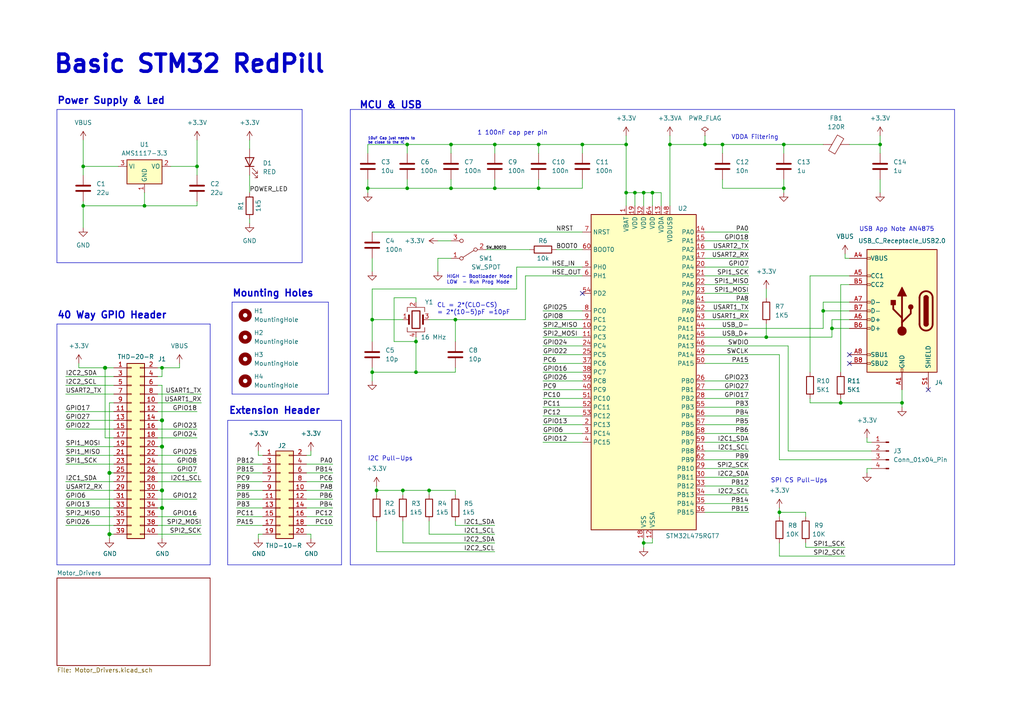
<source format=kicad_sch>
(kicad_sch (version 20250114) (generator "eeschema") (generator_version "9.0")
  (paper "A4")
  (title_block (title "Basic STM32 Redpill") (date "2025-06-20") (rev "0.2") (company "ADS"))
  (text "Power Supply & Led" (at 16.51 30.48 0) (effects (font (size 2 2) (thickness 0.4) (bold yes)) (justify left bottom)))
  (text "Mounting Holes" (at 67.31 86.36 0) (effects (font (size 2 2) (thickness 0.4) (bold yes)) (justify left bottom)))
  (text "I2C Pull-Ups" (at 106.68 133.858 0) (effects (font (size 1.27 1.27)) (justify left bottom)))
  (text "USB App Note AN4875" (at 249.174 67.31 0) (effects (font (size 1.27 1.27)) (justify left bottom)))
  (text "10uF Cap just needs to\nbe close to the IC\n" (at 106.68 41.91 0) (effects (font (size 0.75 0.75)) (justify left bottom)))
  (text "HIGH - Bootloader Mode\nLOW  - Run Prog Mode" (at 129.54 82.55 0) (effects (font (size 1 1)) (justify left bottom)))
  (text "Extension Header" (at 66.294 120.396 0) (effects (font (size 2 2) (thickness 0.4) (bold yes)) (justify left bottom)))
  (text "40 Way GPIO Header" (at 16.51 92.71 0) (effects (font (size 2 2) (thickness 0.4) (bold yes)) (justify left bottom)))
  (text "SPI CS Pull-Ups" (at 223.52 140.208 0) (effects (font (size 1.27 1.27)) (justify left bottom)))
  (text "VDDA Filtering" (at 212.09 40.64 0) (effects (font (size 1.27 1.27)) (justify left bottom)))
  (text "CL = 2*(CLO-CS) \n= 2*(10-5)pF =10pF" (at 126.746 91.44 0) (effects (font (size 1.27 1.27)) (justify left bottom)))
  (text "Basic STM32 RedPill" (at 15.24 21.59 0) (effects (font (size 5 5) (bold yes)) (justify left bottom)))
  (text "MCU & USB\n" (at 104.14 31.75 0) (effects (font (size 2 2) (bold yes)) (justify left bottom)))
  (text "1 100nF cap per pin\n" (at 138.43 39.37 0) (effects (font (size 1.27 1.27)) (justify left bottom)))
  (junction (at 132.08 92.71))
  (junction (at 46.99 129.54) (diameter 1.016))
  (junction (at 46.99 147.32) (diameter 1.016))
  (junction (at 120.65 107.95))
  (junction (at 41.91 59.69))
  (junction (at 130.81 41.91))
  (junction (at 24.13 48.26))
  (junction (at 46.99 121.92) (diameter 1.016))
  (junction (at 168.91 41.91))
  (junction (at 209.55 41.91))
  (junction (at 46.99 106.68))
  (junction (at 57.15 48.26))
  (junction (at 124.46 142.24))
  (junction (at 107.95 107.95))
  (junction (at 107.95 92.71))
  (junction (at 156.21 54.61))
  (junction (at 109.22 142.24))
  (junction (at 46.99 142.24) (diameter 1.016))
  (junction (at 227.33 41.91))
  (junction (at 241.3 95.25))
  (junction (at 31.75 137.16) (diameter 1.016))
  (junction (at 130.81 54.61))
  (junction (at 31.75 154.94) (diameter 1.016))
  (junction (at 116.84 142.24))
  (junction (at 143.51 41.91))
  (junction (at 226.06 148.59))
  (junction (at 30.48 106.68) (diameter 1.016))
  (junction (at 261.62 116.84))
  (junction (at 118.11 41.91))
  (junction (at 181.61 41.91))
  (junction (at 255.27 41.91))
  (junction (at 156.21 41.91))
  (junction (at 243.84 116.84))
  (junction (at 184.15 55.88))
  (junction (at 227.33 54.61))
  (junction (at 106.68 54.61))
  (junction (at 189.23 55.88))
  (junction (at 186.69 55.88))
  (junction (at 181.61 55.88))
  (junction (at 204.47 41.91))
  (junction (at 238.76 90.17))
  (junction (at 222.25 97.79))
  (junction (at 24.13 59.69))
  (junction (at 194.31 41.91))
  (junction (at 118.11 54.61))
  (junction (at 120.65 99.06))
  (junction (at 143.51 54.61))
  (junction (at 186.69 157.48))
  (no_connect (at 246.38 105.41))
  (no_connect (at 246.38 102.87))
  (no_connect (at 269.24 113.03))
  (no_connect (at 168.91 85.09))
  (wire (pts (xy 88.9 149.86) (xy 96.52 149.86)))
  (wire (pts (xy 234.95 115.57) (xy 234.95 116.84)))
  (wire (pts (xy 46.99 121.92) (xy 45.72 121.92)))
  (wire (pts (xy 31.75 154.94) (xy 31.75 156.21)))
  (wire (pts (xy 106.68 52.07) (xy 106.68 54.61)))
  (wire (pts (xy 106.68 54.61) (xy 118.11 54.61)))
  (wire (pts (xy 109.22 142.24) (xy 116.84 142.24)))
  (wire (pts (xy 107.95 107.95) (xy 107.95 110.49)))
  (wire (pts (xy 241.3 95.25) (xy 241.3 92.71)))
  (wire (pts (xy 107.95 83.82) (xy 107.95 92.71)))
  (wire (pts (xy 204.47 67.31) (xy 217.17 67.31)))
  (polyline (pts (xy 95.25 114.3) (xy 67.31 114.3)))
  (wire (pts (xy 204.47 115.57) (xy 217.17 115.57)))
  (wire (pts (xy 19.05 111.76) (xy 33.02 111.76)))
  (wire (pts (xy 130.81 41.91) (xy 130.81 44.45)))
  (wire (pts (xy 120.65 99.06) (xy 120.65 107.95)))
  (wire (pts (xy 74.93 132.08) (xy 76.2 132.08)))
  (wire (pts (xy 19.05 134.62) (xy 33.02 134.62)))
  (wire (pts (xy 204.47 82.55) (xy 217.17 82.55)))
  (wire (pts (xy 45.72 106.68) (xy 46.99 106.68)))
  (wire (pts (xy 157.48 125.73) (xy 168.91 125.73)))
  (wire (pts (xy 241.3 92.71) (xy 246.38 92.71)))
  (wire (pts (xy 194.31 39.37) (xy 194.31 41.91)))
  (wire (pts (xy 132.08 107.95) (xy 120.65 107.95)))
  (wire (pts (xy 116.84 151.13) (xy 116.84 157.48)))
  (wire (pts (xy 156.21 41.91) (xy 156.21 44.45)))
  (wire (pts (xy 118.11 41.91) (xy 130.81 41.91)))
  (wire (pts (xy 34.29 48.26) (xy 24.13 48.26)))
  (wire (pts (xy 156.21 41.91) (xy 168.91 41.91)))
  (wire (pts (xy 204.47 138.43) (xy 217.17 138.43)))
  (wire (pts (xy 157.48 128.27) (xy 168.91 128.27)))
  (wire (pts (xy 191.77 55.88) (xy 191.77 59.69)))
  (wire (pts (xy 204.47 102.87) (xy 226.06 102.87)))
  (wire (pts (xy 245.11 74.93) (xy 246.38 74.93)))
  (wire (pts (xy 246.38 87.63) (xy 238.76 87.63)))
  (wire (pts (xy 204.47 87.63) (xy 217.17 87.63)))
  (wire (pts (xy 109.22 140.97) (xy 109.22 142.24)))
  (wire (pts (xy 245.11 73.66) (xy 245.11 74.93)))
  (wire (pts (xy 120.65 107.95) (xy 107.95 107.95)))
  (wire (pts (xy 168.91 54.61) (xy 168.91 52.07)))
  (wire (pts (xy 30.48 127) (xy 33.02 127)))
  (wire (pts (xy 46.99 147.32) (xy 46.99 142.24)))
  (wire (pts (xy 88.9 139.7) (xy 96.52 139.7)))
  (wire (pts (xy 161.29 72.39) (xy 168.91 72.39)))
  (wire (pts (xy 204.47 41.91) (xy 209.55 41.91)))
  (wire (pts (xy 88.9 137.16) (xy 96.52 137.16)))
  (wire (pts (xy 30.48 106.68) (xy 30.48 127)))
  (wire (pts (xy 209.55 54.61) (xy 227.33 54.61)))
  (wire (pts (xy 130.81 41.91) (xy 143.51 41.91)))
  (wire (pts (xy 124.46 154.94) (xy 143.51 154.94)))
  (wire (pts (xy 251.46 128.27) (xy 252.73 128.27)))
  (wire (pts (xy 19.05 124.46) (xy 33.02 124.46)))
  (wire (pts (xy 107.95 74.93) (xy 107.95 78.74)))
  (wire (pts (xy 46.99 109.22) (xy 46.99 106.68)))
  (wire (pts (xy 204.47 110.49) (xy 217.17 110.49)))
  (wire (pts (xy 243.84 115.57) (xy 243.84 116.84)))
  (wire (pts (xy 157.48 90.17) (xy 168.91 90.17)))
  (wire (pts (xy 204.47 72.39) (xy 217.17 72.39)))
  (wire (pts (xy 68.58 149.86) (xy 76.2 149.86)))
  (wire (pts (xy 226.06 133.35) (xy 252.73 133.35)))
  (wire (pts (xy 114.3 99.06) (xy 120.65 99.06)))
  (wire (pts (xy 46.99 142.24) (xy 46.99 129.54)))
  (wire (pts (xy 132.08 92.71) (xy 132.08 99.06)))
  (wire (pts (xy 19.05 149.86) (xy 33.02 149.86)))
  (wire (pts (xy 45.72 124.46) (xy 57.15 124.46)))
  (wire (pts (xy 157.48 100.33) (xy 168.91 100.33)))
  (wire (pts (xy 251.46 127) (xy 251.46 128.27)))
  (wire (pts (xy 233.68 157.48) (xy 233.68 158.75)))
  (wire (pts (xy 157.48 97.79) (xy 168.91 97.79)))
  (wire (pts (xy 209.55 52.07) (xy 209.55 54.61)))
  (wire (pts (xy 186.69 157.48) (xy 186.69 158.75)))
  (wire (pts (xy 143.51 41.91) (xy 143.51 44.45)))
  (wire (pts (xy 149.86 77.47) (xy 149.86 83.82)))
  (wire (pts (xy 45.72 127) (xy 57.15 127)))
  (wire (pts (xy 226.06 161.29) (xy 245.11 161.29)))
  (wire (pts (xy 255.27 41.91) (xy 255.27 44.45)))
  (wire (pts (xy 186.69 156.21) (xy 186.69 157.48)))
  (wire (pts (xy 204.47 95.25) (xy 238.76 95.25)))
  (wire (pts (xy 157.48 107.95) (xy 168.91 107.95)))
  (wire (pts (xy 45.72 147.32) (xy 46.99 147.32)))
  (wire (pts (xy 57.15 40.64) (xy 57.15 48.26)))
  (wire (pts (xy 255.27 52.07) (xy 255.27 55.88)))
  (wire (pts (xy 204.47 85.09) (xy 217.17 85.09)))
  (wire (pts (xy 186.69 55.88) (xy 186.69 59.69)))
  (polyline (pts (xy 16.51 31.75) (xy 87.63 31.75)))
  (wire (pts (xy 24.13 40.64) (xy 24.13 48.26)))
  (wire (pts (xy 186.69 157.48) (xy 189.23 157.48)))
  (wire (pts (xy 19.05 139.7) (xy 33.02 139.7)))
  (wire (pts (xy 19.05 132.08) (xy 33.02 132.08)))
  (wire (pts (xy 45.72 142.24) (xy 46.99 142.24)))
  (wire (pts (xy 227.33 41.91) (xy 227.33 44.45)))
  (wire (pts (xy 90.17 154.94) (xy 88.9 154.94)))
  (wire (pts (xy 90.17 156.21) (xy 90.17 154.94)))
  (polyline (pts (xy 276.86 31.75) (xy 276.86 163.83)))
  (wire (pts (xy 45.72 132.08) (xy 57.15 132.08)))
  (wire (pts (xy 46.99 111.76) (xy 46.99 121.92)))
  (polyline (pts (xy 60.96 163.83) (xy 16.51 163.83)))
  (polyline (pts (xy 99.06 163.83) (xy 66.04 163.83)))
  (wire (pts (xy 24.13 59.69) (xy 24.13 66.04)))
  (wire (pts (xy 227.33 41.91) (xy 238.76 41.91)))
  (wire (pts (xy 157.48 113.03) (xy 168.91 113.03)))
  (wire (pts (xy 227.33 54.61) (xy 227.33 52.07)))
  (wire (pts (xy 120.65 87.63) (xy 120.65 86.36)))
  (wire (pts (xy 72.39 40.64) (xy 72.39 43.18)))
  (polyline (pts (xy 16.51 163.83) (xy 16.51 93.98)))
  (wire (pts (xy 149.86 77.47) (xy 168.91 77.47)))
  (wire (pts (xy 106.68 54.61) (xy 106.68 55.88)))
  (wire (pts (xy 45.72 144.78) (xy 57.15 144.78)))
  (wire (pts (xy 24.13 59.69) (xy 41.91 59.69)))
  (wire (pts (xy 234.95 116.84) (xy 243.84 116.84)))
  (wire (pts (xy 168.91 41.91) (xy 181.61 41.91)))
  (wire (pts (xy 189.23 156.21) (xy 189.23 157.48)))
  (wire (pts (xy 22.86 106.68) (xy 30.48 106.68)))
  (wire (pts (xy 222.25 97.79) (xy 241.3 97.79)))
  (wire (pts (xy 132.08 92.71) (xy 152.4 92.71)))
  (wire (pts (xy 19.05 142.24) (xy 33.02 142.24)))
  (wire (pts (xy 46.99 147.32) (xy 46.99 156.21)))
  (wire (pts (xy 45.72 139.7) (xy 58.42 139.7)))
  (wire (pts (xy 226.06 161.29) (xy 226.06 157.48)))
  (wire (pts (xy 194.31 41.91) (xy 204.47 41.91)))
  (polyline (pts (xy 60.96 93.98) (xy 16.51 93.98)))
  (wire (pts (xy 88.9 147.32) (xy 96.52 147.32)))
  (wire (pts (xy 45.72 109.22) (xy 46.99 109.22)))
  (wire (pts (xy 106.68 44.45) (xy 106.68 41.91)))
  (wire (pts (xy 261.62 116.84) (xy 261.62 118.11)))
  (wire (pts (xy 24.13 48.26) (xy 24.13 50.8)))
  (wire (pts (xy 118.11 41.91) (xy 118.11 44.45)))
  (wire (pts (xy 238.76 90.17) (xy 246.38 90.17)))
  (polyline (pts (xy 95.25 87.63) (xy 95.25 114.3)))
  (wire (pts (xy 107.95 92.71) (xy 116.84 92.71)))
  (wire (pts (xy 228.6 130.81) (xy 252.73 130.81)))
  (wire (pts (xy 226.06 102.87) (xy 226.06 133.35)))
  (wire (pts (xy 88.9 142.24) (xy 96.52 142.24)))
  (wire (pts (xy 241.3 97.79) (xy 241.3 95.25)))
  (wire (pts (xy 127 74.93) (xy 130.81 74.93)))
  (wire (pts (xy 226.06 148.59) (xy 226.06 149.86)))
  (wire (pts (xy 246.38 95.25) (xy 241.3 95.25)))
  (wire (pts (xy 143.51 54.61) (xy 156.21 54.61)))
  (wire (pts (xy 222.25 93.98) (xy 222.25 97.79)))
  (wire (pts (xy 243.84 116.84) (xy 261.62 116.84)))
  (wire (pts (xy 140.97 72.39) (xy 153.67 72.39)))
  (wire (pts (xy 24.13 58.42) (xy 24.13 59.69)))
  (wire (pts (xy 124.46 142.24) (xy 132.08 142.24)))
  (wire (pts (xy 181.61 41.91) (xy 181.61 55.88)))
  (wire (pts (xy 124.46 142.24) (xy 124.46 143.51)))
  (wire (pts (xy 46.99 106.68) (xy 52.07 106.68)))
  (wire (pts (xy 31.75 137.16) (xy 31.75 154.94)))
  (polyline (pts (xy 99.06 121.92) (xy 66.04 121.92)))
  (wire (pts (xy 45.72 152.4) (xy 58.42 152.4)))
  (wire (pts (xy 107.95 106.68) (xy 107.95 107.95)))
  (wire (pts (xy 45.72 137.16) (xy 57.15 137.16)))
  (wire (pts (xy 130.81 54.61) (xy 143.51 54.61)))
  (wire (pts (xy 127 78.74) (xy 127 74.93)))
  (polyline (pts (xy 67.31 87.63) (xy 95.25 87.63)))
  (polyline (pts (xy 60.96 93.98) (xy 60.96 163.83)))
  (polyline (pts (xy 99.06 121.92) (xy 99.06 163.83)))
  (wire (pts (xy 233.68 158.75) (xy 245.11 158.75)))
  (wire (pts (xy 107.95 92.71) (xy 107.95 99.06)))
  (wire (pts (xy 194.31 41.91) (xy 194.31 59.69)))
  (polyline (pts (xy 66.04 121.92) (xy 66.04 163.83)))
  (wire (pts (xy 251.46 135.89) (xy 252.73 135.89)))
  (wire (pts (xy 209.55 41.91) (xy 209.55 44.45)))
  (wire (pts (xy 127 69.85) (xy 130.81 69.85)))
  (wire (pts (xy 157.48 118.11) (xy 168.91 118.11)))
  (wire (pts (xy 209.55 41.91) (xy 227.33 41.91)))
  (polyline (pts (xy 101.6 31.75) (xy 276.86 31.75)))
  (polyline (pts (xy 276.86 163.83) (xy 101.6 163.83)))
  (wire (pts (xy 157.48 105.41) (xy 168.91 105.41)))
  (wire (pts (xy 33.02 116.84) (xy 31.75 116.84)))
  (wire (pts (xy 120.65 99.06) (xy 120.65 97.79)))
  (wire (pts (xy 22.86 105.41) (xy 22.86 106.68)))
  (wire (pts (xy 19.05 119.38) (xy 33.02 119.38)))
  (wire (pts (xy 118.11 54.61) (xy 130.81 54.61)))
  (wire (pts (xy 234.95 107.95) (xy 234.95 80.01)))
  (wire (pts (xy 204.47 69.85) (xy 217.17 69.85)))
  (wire (pts (xy 228.6 100.33) (xy 228.6 130.81)))
  (wire (pts (xy 41.91 59.69) (xy 57.15 59.69)))
  (wire (pts (xy 52.07 105.41) (xy 52.07 106.68)))
  (wire (pts (xy 189.23 55.88) (xy 189.23 59.69)))
  (wire (pts (xy 204.47 105.41) (xy 217.17 105.41)))
  (wire (pts (xy 157.48 120.65) (xy 168.91 120.65)))
  (wire (pts (xy 204.47 39.37) (xy 204.47 41.91)))
  (wire (pts (xy 204.47 130.81) (xy 217.17 130.81)))
  (wire (pts (xy 132.08 142.24) (xy 132.08 143.51)))
  (wire (pts (xy 19.05 144.78) (xy 33.02 144.78)))
  (wire (pts (xy 132.08 151.13) (xy 132.08 152.4)))
  (wire (pts (xy 156.21 54.61) (xy 168.91 54.61)))
  (wire (pts (xy 31.75 137.16) (xy 33.02 137.16)))
  (wire (pts (xy 124.46 92.71) (xy 132.08 92.71)))
  (wire (pts (xy 227.33 54.61) (xy 227.33 55.88)))
  (wire (pts (xy 90.17 132.08) (xy 90.17 130.81)))
  (wire (pts (xy 204.47 100.33) (xy 228.6 100.33)))
  (wire (pts (xy 19.05 121.92) (xy 33.02 121.92)))
  (wire (pts (xy 31.75 116.84) (xy 31.75 137.16)))
  (wire (pts (xy 19.05 152.4) (xy 33.02 152.4)))
  (wire (pts (xy 204.47 128.27) (xy 217.17 128.27)))
  (wire (pts (xy 68.58 134.62) (xy 76.2 134.62)))
  (wire (pts (xy 116.84 142.24) (xy 124.46 142.24)))
  (wire (pts (xy 243.84 107.95) (xy 243.84 82.55)))
  (wire (pts (xy 149.86 83.82) (xy 107.95 83.82)))
  (wire (pts (xy 45.72 119.38) (xy 57.15 119.38)))
  (wire (pts (xy 57.15 48.26) (xy 57.15 50.8)))
  (wire (pts (xy 204.47 92.71) (xy 217.17 92.71)))
  (wire (pts (xy 189.23 55.88) (xy 191.77 55.88)))
  (wire (pts (xy 88.9 134.62) (xy 96.52 134.62)))
  (wire (pts (xy 157.48 110.49) (xy 168.91 110.49)))
  (wire (pts (xy 109.22 142.24) (xy 109.22 143.51)))
  (wire (pts (xy 68.58 152.4) (xy 76.2 152.4)))
  (wire (pts (xy 106.68 41.91) (xy 118.11 41.91)))
  (wire (pts (xy 157.48 92.71) (xy 168.91 92.71)))
  (wire (pts (xy 19.05 109.22) (xy 33.02 109.22)))
  (wire (pts (xy 233.68 149.86) (xy 233.68 148.59)))
  (wire (pts (xy 152.4 80.01) (xy 168.91 80.01)))
  (wire (pts (xy 204.47 80.01) (xy 217.17 80.01)))
  (wire (pts (xy 204.47 143.51) (xy 217.17 143.51)))
  (wire (pts (xy 45.72 134.62) (xy 57.15 134.62)))
  (wire (pts (xy 204.47 90.17) (xy 217.17 90.17)))
  (wire (pts (xy 204.47 123.19) (xy 217.17 123.19)))
  (wire (pts (xy 68.58 139.7) (xy 76.2 139.7)))
  (wire (pts (xy 246.38 41.91) (xy 255.27 41.91)))
  (wire (pts (xy 204.47 140.97) (xy 217.17 140.97)))
  (wire (pts (xy 88.9 132.08) (xy 90.17 132.08)))
  (wire (pts (xy 143.51 52.07) (xy 143.51 54.61)))
  (wire (pts (xy 72.39 63.5) (xy 72.39 64.77)))
  (wire (pts (xy 184.15 55.88) (xy 186.69 55.88)))
  (wire (pts (xy 234.95 80.01) (xy 246.38 80.01)))
  (wire (pts (xy 72.39 50.8) (xy 72.39 55.88)))
  (wire (pts (xy 184.15 55.88) (xy 184.15 59.69)))
  (wire (pts (xy 45.72 111.76) (xy 46.99 111.76)))
  (wire (pts (xy 68.58 144.78) (xy 76.2 144.78)))
  (wire (pts (xy 68.58 137.16) (xy 76.2 137.16)))
  (wire (pts (xy 204.47 113.03) (xy 217.17 113.03)))
  (wire (pts (xy 157.48 115.57) (xy 168.91 115.57)))
  (wire (pts (xy 132.08 106.68) (xy 132.08 107.95)))
  (wire (pts (xy 120.65 86.36) (xy 114.3 86.36)))
  (wire (pts (xy 181.61 55.88) (xy 181.61 59.69)))
  (polyline (pts (xy 87.63 76.2) (xy 16.51 76.2)))
  (wire (pts (xy 68.58 142.24) (xy 76.2 142.24)))
  (wire (pts (xy 57.15 59.69) (xy 57.15 58.42)))
  (wire (pts (xy 157.48 102.87) (xy 168.91 102.87)))
  (wire (pts (xy 45.72 114.3) (xy 58.42 114.3)))
  (wire (pts (xy 168.91 41.91) (xy 168.91 44.45)))
  (wire (pts (xy 186.69 55.88) (xy 189.23 55.88)))
  (wire (pts (xy 45.72 116.84) (xy 58.42 116.84)))
  (polyline (pts (xy 101.6 31.75) (xy 101.6 163.83)))
  (wire (pts (xy 222.25 83.82) (xy 222.25 86.36)))
  (wire (pts (xy 118.11 52.07) (xy 118.11 54.61)))
  (wire (pts (xy 226.06 148.59) (xy 233.68 148.59)))
  (wire (pts (xy 204.47 125.73) (xy 217.17 125.73)))
  (wire (pts (xy 181.61 55.88) (xy 184.15 55.88)))
  (wire (pts (xy 204.47 146.05) (xy 217.17 146.05)))
  (wire (pts (xy 238.76 95.25) (xy 238.76 90.17)))
  (wire (pts (xy 41.91 55.88) (xy 41.91 59.69)))
  (wire (pts (xy 156.21 52.07) (xy 156.21 54.61)))
  (wire (pts (xy 107.95 67.31) (xy 168.91 67.31)))
  (wire (pts (xy 204.47 118.11) (xy 217.17 118.11)))
  (wire (pts (xy 109.22 151.13) (xy 109.22 160.02)))
  (wire (pts (xy 31.75 154.94) (xy 33.02 154.94)))
  (wire (pts (xy 243.84 82.55) (xy 246.38 82.55)))
  (wire (pts (xy 124.46 151.13) (xy 124.46 154.94)))
  (wire (pts (xy 88.9 152.4) (xy 96.52 152.4)))
  (wire (pts (xy 238.76 87.63) (xy 238.76 90.17)))
  (polyline (pts (xy 67.31 87.63) (xy 67.31 114.3)))
  (wire (pts (xy 88.9 144.78) (xy 96.52 144.78)))
  (wire (pts (xy 261.62 113.03) (xy 261.62 116.84)))
  (wire (pts (xy 255.27 39.37) (xy 255.27 41.91)))
  (wire (pts (xy 46.99 121.92) (xy 46.99 129.54)))
  (wire (pts (xy 68.58 147.32) (xy 76.2 147.32)))
  (wire (pts (xy 226.06 147.32) (xy 226.06 148.59)))
  (wire (pts (xy 19.05 147.32) (xy 33.02 147.32)))
  (wire (pts (xy 204.47 135.89) (xy 217.17 135.89)))
  (wire (pts (xy 33.02 106.68) (xy 30.48 106.68)))
  (wire (pts (xy 45.72 149.86) (xy 57.15 149.86)))
  (wire (pts (xy 46.99 129.54) (xy 45.72 129.54)))
  (wire (pts (xy 114.3 86.36) (xy 114.3 99.06)))
  (wire (pts (xy 251.46 137.16) (xy 251.46 135.89)))
  (wire (pts (xy 152.4 92.71) (xy 152.4 80.01)))
  (wire (pts (xy 109.22 160.02) (xy 143.51 160.02)))
  (wire (pts (xy 204.47 97.79) (xy 222.25 97.79)))
  (wire (pts (xy 74.93 154.94) (xy 76.2 154.94)))
  (wire (pts (xy 74.93 130.81) (xy 74.93 132.08)))
  (wire (pts (xy 157.48 123.19) (xy 168.91 123.19)))
  (wire (pts (xy 204.47 77.47) (xy 217.17 77.47)))
  (polyline (pts (xy 87.63 31.75) (xy 87.63 76.2)))
  (wire (pts (xy 116.84 142.24) (xy 116.84 143.51)))
  (wire (pts (xy 204.47 148.59) (xy 217.17 148.59)))
  (wire (pts (xy 204.47 74.93) (xy 217.17 74.93)))
  (wire (pts (xy 157.48 95.25) (xy 168.91 95.25)))
  (polyline (pts (xy 16.51 31.75) (xy 16.51 76.2)))
  (wire (pts (xy 132.08 152.4) (xy 143.51 152.4)))
  (wire (pts (xy 130.81 52.07) (xy 130.81 54.61)))
  (wire (pts (xy 143.51 41.91) (xy 156.21 41.91)))
  (wire (pts (xy 49.53 48.26) (xy 57.15 48.26)))
  (wire (pts (xy 181.61 39.37) (xy 181.61 41.91)))
  (wire (pts (xy 74.93 156.21) (xy 74.93 154.94)))
  (wire (pts (xy 19.05 114.3) (xy 33.02 114.3)))
  (wire (pts (xy 45.72 154.94) (xy 58.42 154.94)))
  (wire (pts (xy 204.47 120.65) (xy 217.17 120.65)))
  (wire (pts (xy 204.47 133.35) (xy 217.17 133.35)))
  (wire (pts (xy 19.05 129.54) (xy 33.02 129.54)))
  (wire (pts (xy 116.84 157.48) (xy 143.51 157.48)))
  (label "GPIO18" (at 57.15 119.38 180))
  (label "SPI2_MOSI" (at 58.42 152.4 180))
  (label "I2C1_SCL" (at 58.42 139.7 180))
  (label "USART2_TX" (at 19.05 114.3 0))
  (label "GPIO17" (at 217.17 115.57 180))
  (label "PC9" (at 68.58 139.7 0))
  (label "PB6" (at 96.52 144.78 180))
  (label "PC11" (at 68.58 149.86 0))
  (label "NRST" (at 161.29 67.31 0))
  (label "SPI1_SCK" (at 19.05 134.62 0))
  (label "I2C2_SDA" (at 143.51 157.48 180))
  (label "PA15" (at 217.17 105.41 180))
  (label "I2C1_SCL" (at 217.17 130.81 180))
  (label "PB4" (at 217.17 120.65 180))
  (label "GPIO22" (at 19.05 124.46 0))
  (label "GPIO7" (at 217.17 77.47 180))
  (label "SPI1_SCK" (at 245.11 158.75 180))
  (label "PB15" (at 68.58 137.16 0))
  (label "GPIO12" (at 57.15 144.78 180))
  (label "USART2_RX" (at 19.05 142.24 0))
  (label "GPIO6" (at 19.05 144.78 0))
  (label "USB_D+" (at 217.17 97.79 180))
  (label "HSE_OUT" (at 160.02 80.01 0))
  (label "PB14" (at 217.17 146.05 180))
  (label "PB12" (at 68.58 134.62 0))
  (label "PB3" (at 68.58 147.32 0))
  (label "I2C1_SDA" (at 19.05 139.7 0))
  (label "SPI2_MOSI" (at 157.48 97.79 0))
  (label "PA0" (at 96.52 134.62 180))
  (label "SPI1_MOSI" (at 217.17 85.09 180))
  (label "PB4" (at 96.52 147.32 180))
  (label "GPIO26" (at 157.48 110.49 0))
  (label "GPIO16" (at 57.15 149.86 180))
  (label "SWCLK" (at 217.17 102.87 180))
  (label "GPIO22" (at 157.48 102.87 0))
  (label "GPIO24" (at 157.48 100.33 0))
  (label "I2C1_SDA" (at 217.17 128.27 180))
  (label "SPI1_MISO" (at 217.17 82.55 180))
  (label "PB5" (at 217.17 123.19 180))
  (label "PB9" (at 217.17 133.35 180))
  (label "PC9" (at 157.48 113.03 0))
  (label "PA0" (at 217.17 67.31 180))
  (label "USART1_RX" (at 58.42 116.84 180))
  (label "GPIO25" (at 57.15 132.08 180))
  (label "SPI2_SCK" (at 58.42 154.94 180))
  (label "I2C1_SCL" (at 143.51 154.94 180))
  (label "I2C2_SCL" (at 19.05 111.76 0))
  (label "GPIO18" (at 217.17 69.85 180))
  (label "POWER_LED" (at 72.39 55.88 0))
  (label "PB3" (at 217.17 118.11 180))
  (label "PC12" (at 157.48 120.65 0))
  (label "SPI2_MISO" (at 157.48 95.25 0))
  (label "BOOT0" (at 161.29 72.39 0))
  (label "PC10" (at 96.52 152.4 180))
  (label "SPI2_SCK" (at 245.11 161.29 180))
  (label "USART2_TX" (at 217.17 72.39 180))
  (label "PC11" (at 157.48 118.11 0))
  (label "GPIO24" (at 57.15 127 180))
  (label "PB15" (at 217.17 148.59 180))
  (label "GPIO25" (at 157.48 90.17 0))
  (label "GPIO6" (at 157.48 125.73 0))
  (label "SPI1_SCK" (at 217.17 80.01 180))
  (label "USART1_TX" (at 58.42 114.3 180))
  (label "USART1_TX" (at 217.17 90.17 180))
  (label "PB9" (at 68.58 142.24 0))
  (label "PB5" (at 68.58 144.78 0))
  (label "GPIO8" (at 57.15 134.62 180))
  (label "PC12" (at 96.52 149.86 180))
  (label "GPIO17" (at 19.05 119.38 0))
  (label "PA15" (at 68.58 152.4 0))
  (label "PB6" (at 217.17 125.73 180))
  (label "PB14" (at 96.52 137.16 180))
  (label "GPIO26" (at 19.05 152.4 0))
  (label "PC6" (at 157.48 105.41 0))
  (label "PA8" (at 96.52 142.24 180))
  (label "PC10" (at 157.48 115.57 0))
  (label "SPI2_SCK" (at 217.17 135.89 180))
  (label "I2C2_SCL" (at 217.17 143.51 180))
  (label "PC6" (at 96.52 139.7 180))
  (label "GPIO13" (at 19.05 147.32 0))
  (label "I2C2_SDA" (at 217.17 138.43 180))
  (label "GPIO23" (at 217.17 110.49 180))
  (label "SPI1_MOSI" (at 19.05 129.54 0))
  (label "GPIO12" (at 157.48 128.27 0))
  (label "I2C1_SDA" (at 143.51 152.4 180))
  (label "PA8" (at 217.17 87.63 180))
  (label "GPIO7" (at 57.15 137.16 180))
  (label "SPI1_MISO" (at 19.05 132.08 0))
  (label "GPIO8" (at 157.48 92.71 0))
  (label "GPIO27" (at 19.05 121.92 0))
  (label "GPIO23" (at 57.15 124.46 180))
  (label "PB12" (at 217.17 140.97 180))
  (label "GPIO16" (at 157.48 107.95 0))
  (label "I2C2_SCL" (at 143.51 160.02 180))
  (label "USART2_RX" (at 217.17 74.93 180))
  (label "SPI2_MISO" (at 19.05 149.86 0))
  (label "SWDIO" (at 217.17 100.33 180))
  (label "GPIO13" (at 157.48 123.19 0))
  (label "HSE_IN" (at 160.02 77.47 0))
  (label "SW_BOOT0" (at 140.97 72.39 0) (effects (font (size 0.75 0.75))))
  (label "USART1_RX" (at 217.17 92.71 180))
  (label "USB_D-" (at 217.17 95.25 180))
  (label "I2C2_SDA" (at 19.05 109.22 0))
  (label "GPIO27" (at 217.17 113.03 180))
  (symbol (lib_id "power:GND") (at 46.99 156.21 0) (unit 1)
    (property "Reference" "#PWR05" (effects (hide yes)))
    (property "Value" "GND" (at 47.117 160.6042 0))
    (property "Description" "Power symbol creates a global label with name \"GND\" , ground" (effects (hide yes)))
  )
  (symbol (lib_id "power:GND") (at 31.75 156.21 0) (unit 1)
    (property "Reference" "#PWR04" (effects (hide yes)))
    (property "Value" "GND" (at 31.877 160.6042 0))
    (property "Description" "Power symbol creates a global label with name \"GND\" , ground" (effects (hide yes)))
  )
  (symbol (lib_id "power:GND") (at 186.69 158.75 0) (unit 1)
    (property "Reference" "#PWR021" (effects (hide yes)))
    (property "Value" "GND" (effects (hide yes)))
  )
  (symbol (lib_id "power:+3.3V") (at 251.46 127 0) (unit 1)
    (property "Reference" "#PWR027" (effects (hide yes)))
    (property "Value" "+3.3V" (at 251.46 121.92 0))
  )
  (symbol (lib_id "power:GND") (at 255.27 55.88 0) (unit 1)
    (property "Reference" "#PWR030" (effects (hide yes)))
    (property "Value" "GND" (effects (hide yes)))
  )
  (symbol (lib_id "power:+3.3V") (at 72.39 40.64 0) (unit 1)
    (property "Reference" "#PWR08" (effects (hide yes)))
    (property "Value" "+3.3V" (at 72.39 35.56 0))
  )
  (symbol (lib_id "power:GND") (at 127 78.74 0) (unit 1)
    (property "Reference" "#PWR019" (effects (hide yes)))
    (property "Value" "GND" (effects (hide yes)))
  )
  (symbol (lib_id "Connector_Generic:Conn_02x10_Odd_Even") (at 81.28 142.24 0) (unit 1)
    (property "Reference" "J2" (at 81.788 129.286 0))
    (property "Value" "THD-10-R" (at 82.296 158.242 0))
    (property "Footprint" "Connector_PinHeader_2.54mm:PinHeader_2x10_P2.54mm_Vertical" (effects (hide yes)))
    (property "Description" "Generic connector, double row, 02x10, odd/even pin numbering scheme (row 1 odd numbers, row 2 even numbers), script generated (kicad-library-utils/schlib/autogen/connector/)" (effects (hide yes)))
    (property "Field4" "Toby" (effects (hide yes)))
    (property "Field5" "THD-20-R" (effects (hide yes)))
    (property "Field6" "THD-20-R" (effects (hide yes)))
    (property "Field7" "Toby" (effects (hide yes)))
    (property "Field8" "UCON00511" (effects (hide yes)))
    (property "Part Description" "PinHeader_2x20_P2.54mm_Vertical" (effects (hide yes)))
  )
  (symbol (lib_id "Mechanical:MountingHole") (at 71.12 97.79 0) (unit 1)
    (property "Reference" "H2" (at 73.66 96.52 0) (effects (justify left)))
    (property "Value" "MountingHole" (at 73.66 99.06 0) (effects (justify left)))
    (property "Footprint" "MountingHole:MountingHole_2.7mm_M2.5" (effects (hide yes)))
  )
  (symbol (lib_id "Device:Crystal_GND24") (at 120.65 92.71 0) (unit 1)
    (property "Reference" "Y1" (at 124.46 87.63 0))
    (property "Value" "16 MHz" (at 125.73 97.79 0))
    (property "Footprint" "Crystal:Crystal_SMD_3225-4Pin_3.2x2.5mm" (effects (hide yes)))
  )
  (symbol (lib_id "Mechanical:MountingHole") (at 71.12 110.49 0) (unit 1)
    (property "Reference" "H4" (at 73.66 109.22 0) (effects (justify left)))
    (property "Value" "MountingHole" (at 73.66 111.76 0) (effects (justify left)))
    (property "Footprint" "MountingHole:MountingHole_2.7mm_M2.5" (effects (hide yes)))
  )
  (symbol (lib_id "power:VBUS") (at 24.13 40.64 0) (unit 1)
    (property "Reference" "#PWR02" (effects (hide yes)))
    (property "Value" "VBUS" (at 24.13 35.56 0))
  )
  (symbol (lib_id "Device:C") (at 143.51 48.26 0) (unit 1)
    (property "Reference" "C9" (at 147.32 46.99 0) (effects (justify left)))
    (property "Value" "100n" (at 147.32 49.53 0) (effects (justify left)))
    (property "Footprint" "Capacitor_SMD:C_0402_1005Metric" (effects (hide yes)))
  )
  (symbol (lib_id "power:+3.3V") (at 90.17 130.81 0) (unit 1)
    (property "Reference" "#PWR012" (effects (hide yes)))
    (property "Value" "+3.3V" (at 90.17 125.73 0))
  )
  (symbol (lib_id "power:PWR_FLAG") (at 204.47 39.37 0) (unit 1)
    (property "Reference" "#FLG01" (effects (hide yes)))
    (property "Value" "PWR_FLAG" (at 204.47 34.29 0))
  )
  (symbol (lib_id "power:+3.3V") (at 74.93 130.81 0) (unit 1)
    (property "Reference" "#PWR010" (effects (hide yes)))
    (property "Value" "+3.3V" (at 74.93 125.73 0))
  )
  (symbol (lib_id "Switch:SW_SPDT") (at 135.89 72.39 180) (unit 1)
    (property "Reference" "SW1" (at 140.97 74.93 0))
    (property "Value" "SW_SPDT" (at 140.97 77.47 0))
    (property "Footprint" "Button_Switch_SMD:SW_SPDT_PCM12" (effects (hide yes)))
  )
  (symbol (lib_id "power:GND") (at 24.13 66.04 0) (unit 1)
    (property "Reference" "#PWR03" (effects (hide yes)))
    (property "Value" "GND" (at 24.13 71.12 0))
  )
  (symbol (lib_id "Device:C") (at 107.95 102.87 0) (unit 1)
    (property "Reference" "C5" (at 111.76 101.6 0) (effects (justify left)))
    (property "Value" "10p" (at 111.76 104.14 0) (effects (justify left)))
    (property "Footprint" "Capacitor_SMD:C_0402_1005Metric" (effects (hide yes)))
  )
  (symbol (lib_id "power:GND") (at 107.95 110.49 0) (unit 1)
    (property "Reference" "#PWR016" (effects (hide yes)))
    (property "Value" "GND" (effects (hide yes)))
  )
  (symbol (lib_id "power:+3.3VA") (at 194.31 39.37 0) (unit 1)
    (property "Reference" "#PWR022" (effects (hide yes)))
    (property "Value" "+3.3VA" (at 194.31 34.29 0))
  )
  (symbol (lib_id "Device:C") (at 227.33 48.26 0) (unit 1)
    (property "Reference" "C13" (at 231.14 46.99 0) (effects (justify left)))
    (property "Value" "1u" (at 231.14 49.53 0) (effects (justify left)))
    (property "Footprint" "Capacitor_SMD:C_0402_1005Metric" (effects (hide yes)))
  )
  (symbol (lib_id "Device:R") (at 116.84 147.32 180) (unit 1)
    (property "Reference" "R3" (at 120.65 146.05 0))
    (property "Value" "1k5" (at 120.65 148.59 0))
    (property "Footprint" "Resistor_SMD:R_0402_1005Metric" (effects (hide yes)))
  )
  (symbol (lib_id "Mechanical:MountingHole") (at 71.12 91.44 0) (unit 1)
    (property "Reference" "H1" (at 73.66 90.17 0) (effects (justify left)))
    (property "Value" "MountingHole" (at 73.66 92.71 0) (effects (justify left)))
    (property "Footprint" "MountingHole:MountingHole_2.7mm_M2.5" (effects (hide yes)))
  )
  (symbol (lib_id "power:+3.3V") (at 255.27 39.37 0) (unit 1)
    (property "Reference" "#PWR029" (effects (hide yes)))
    (property "Value" "+3.3V" (at 255.27 34.29 0))
  )
  (symbol (lib_id "Device:R") (at 157.48 72.39 90) (unit 1)
    (property "Reference" "R6" (at 157.48 69.85 90))
    (property "Value" "10k" (at 157.48 74.93 90))
    (property "Footprint" "Resistor_SMD:R_0402_1005Metric" (effects (hide yes)))
  )
  (symbol (lib_id "Connector_Generic:Conn_02x20_Odd_Even") (at 38.1 129.54 0) (unit 1)
    (property "Reference" "J1" (at 46.99 104.14 0))
    (property "Value" "THD-20-R" (at 39.37 103.4796 0))
    (property "Footprint" "Connector_PinHeader_2.54mm:PinHeader_2x20_P2.54mm_Vertical" (effects (hide yes)))
    (property "Datasheet" "https://www.toby.co.uk/uploads/publications/1673.pdf" (effects (hide yes)))
    (property "Field4" "Toby" (effects (hide yes)))
    (property "Field5" "THD-20-R" (effects (hide yes)))
    (property "Field6" "THD-20-R" (effects (hide yes)))
    (property "Field7" "Toby" (effects (hide yes)))
    (property "Field8" "UCON00511" (effects (hide yes)))
    (property "Part Description" "PinHeader_2x20_P2.54mm_Vertical" (effects (hide yes)))
  )
  (symbol (lib_id "Device:FerriteBead") (at 242.57 41.91 90) (unit 1)
    (property "Reference" "FB1" (at 242.5192 34.29 90))
    (property "Value" "120R" (at 242.5192 36.83 90))
    (property "Footprint" "Inductor_SMD:L_0603_1608Metric" (effects (hide yes)))
  )
  (symbol (lib_id "power:+3.3V") (at 109.22 140.97 0) (unit 1)
    (property "Reference" "#PWR017" (effects (hide yes)))
    (property "Value" "+3.3V" (at 109.22 135.89 0))
  )
  (symbol (lib_id "Device:C") (at 130.81 48.26 0) (unit 1)
    (property "Reference" "C7" (at 134.62 46.99 0) (effects (justify left)))
    (property "Value" "100n" (at 134.62 49.53 0) (effects (justify left)))
    (property "Footprint" "Capacitor_SMD:C_0402_1005Metric" (effects (hide yes)))
  )
  (symbol (lib_id "power:GND") (at 72.39 64.77 0) (unit 1)
    (property "Reference" "#PWR09" (effects (hide yes)))
    (property "Value" "GND" (at 72.39 69.85 0))
  )
  (symbol (lib_id "Device:C") (at 118.11 48.26 0) (unit 1)
    (property "Reference" "C6" (at 121.92 46.99 0) (effects (justify left)))
    (property "Value" "100n" (at 121.92 49.53 0) (effects (justify left)))
    (property "Footprint" "Capacitor_SMD:C_0402_1005Metric" (effects (hide yes)))
  )
  (symbol (lib_id "Device:LED") (at 72.39 46.99 90) (unit 1)
    (property "Reference" "D1" (at 76.2 47.3075 90) (effects (justify right)))
    (property "Value" "RED" (at 76.2 49.8475 90) (effects (justify right)))
    (property "Footprint" "LED_SMD:LED_0603_1608Metric" (effects (hide yes)))
  )
  (symbol (lib_id "Device:C") (at 106.68 48.26 0) (unit 1)
    (property "Reference" "C3" (at 110.49 46.99 0) (effects (justify left)))
    (property "Value" "10u" (at 110.49 49.53 0) (effects (justify left)))
    (property "Footprint" "Capacitor_SMD:C_0603_1608Metric" (effects (hide yes)))
  )
  (symbol (lib_id "Device:C") (at 255.27 48.26 0) (unit 1)
    (property "Reference" "C14" (at 259.08 46.99 0) (effects (justify left)))
    (property "Value" "1u" (at 259.08 49.53 0) (effects (justify left)))
    (property "Footprint" "Capacitor_SMD:C_0402_1005Metric" (effects (hide yes)))
  )
  (symbol (lib_id "Device:R") (at 226.06 153.67 180) (unit 1)
    (property "Reference" "R8" (at 229.87 152.4 0))
    (property "Value" "10K" (at 229.87 154.94 0))
    (property "Footprint" "Resistor_SMD:R_0402_1005Metric" (effects (hide yes)))
  )
  (symbol (lib_id "Device:C") (at 209.55 48.26 0) (unit 1)
    (property "Reference" "C12" (at 213.36 46.99 0) (effects (justify left)))
    (property "Value" "10n" (at 213.36 49.53 0) (effects (justify left)))
    (property "Footprint" "Capacitor_SMD:C_0402_1005Metric" (effects (hide yes)))
  )
  (symbol (lib_id "power:GND") (at 106.68 55.88 0) (unit 1)
    (property "Reference" "#PWR014" (effects (hide yes)))
    (property "Value" "GND" (effects (hide yes)))
  )
  (symbol (lib_id "Device:R") (at 132.08 147.32 180) (unit 1)
    (property "Reference" "R5" (at 135.89 146.05 0))
    (property "Value" "1k5" (at 135.89 148.59 0))
    (property "Footprint" "Resistor_SMD:R_0402_1005Metric" (effects (hide yes)))
  )
  (symbol (lib_id "Device:C") (at 132.08 102.87 0) (unit 1)
    (property "Reference" "C8" (at 135.89 101.6 0) (effects (justify left)))
    (property "Value" "10p" (at 135.89 104.14 0) (effects (justify left)))
    (property "Footprint" "Capacitor_SMD:C_0402_1005Metric" (effects (hide yes)))
  )
  (symbol (lib_id "power:+3.3V") (at 226.06 147.32 0) (unit 1)
    (property "Reference" "#PWR024" (effects (hide yes)))
    (property "Value" "+3.3V" (at 226.06 142.24 0))
  )
  (symbol (lib_id "power:VBUS") (at 245.11 73.66 0) (unit 1)
    (property "Reference" "#PWR026" (effects (hide yes)))
    (property "Value" "VBUS" (at 245.11 68.58 0))
  )
  (symbol (lib_id "Connector:USB_C_Receptacle_USB2.0_16P") (at 261.62 90.17 0) (mirror y) (unit 1)
    (property "Reference" "J4" (at 272.288 110.998 0))
    (property "Value" "USB_C_Receptacle_USB2.0" (at 261.62 69.85 0))
    (property "Footprint" "Connector_USB:USB_C_Receptacle_GCT_USB4105-xx-A_16P_TopMnt_Horizontal" (effects (hide yes)))
    (property "Datasheet" "https://www.usb.org/sites/default/files/documents/usb_type-c.zip" (effects (hide yes)))
    (property "Field5" "USBF31-0171" (effects (hide yes)))
    (property "Field6" "USBF31-0171" (effects (hide yes)))
    (property "Field7" "MTCONN" (effects (hide yes)))
    (property "Part Description" "USBC USB2 data and power connector" (effects (hide yes)))
  )
  (symbol (lib_id "Device:R") (at 222.25 90.17 0) (unit 1)
    (property "Reference" "R7" (at 224.79 88.9 0) (effects (justify left)))
    (property "Value" "1K5" (at 224.79 91.44 0) (effects (justify left)))
    (property "Footprint" "Resistor_SMD:R_0402_1005Metric" (effects (hide yes)))
  )
  (symbol (lib_id "power:+3.3V") (at 127 69.85 90) (unit 1)
    (property "Reference" "#PWR018" (effects (hide yes)))
    (property "Value" "+3.3V" (at 123.19 69.85 90) (effects (justify left)))
  )
  (symbol (lib_id "Device:C") (at 107.95 71.12 0) (unit 1)
    (property "Reference" "C4" (at 111.76 69.85 0) (effects (justify left)))
    (property "Value" "100n" (at 111.76 72.39 0) (effects (justify left)))
    (property "Footprint" "Capacitor_SMD:C_0402_1005Metric" (effects (hide yes)))
  )
  (symbol (lib_id "Device:C") (at 57.15 54.61 0) (unit 1)
    (property "Reference" "C2" (at 60.96 53.34 0) (effects (justify left)))
    (property "Value" "22u" (at 60.96 55.88 0) (effects (justify left)))
    (property "Footprint" "Capacitor_SMD:C_0805_2012Metric" (effects (hide yes)))
  )
  (symbol (lib_id "power:GND") (at 227.33 55.88 0) (unit 1)
    (property "Reference" "#PWR025" (effects (hide yes)))
    (property "Value" "GND" (effects (hide yes)))
  )
  (symbol (lib_id "Mechanical:MountingHole") (at 71.12 104.14 0) (unit 1)
    (property "Reference" "H3" (at 73.66 102.87 0) (effects (justify left)))
    (property "Value" "MountingHole" (at 73.66 105.41 0) (effects (justify left)))
    (property "Footprint" "MountingHole:MountingHole_2.7mm_M2.5" (effects (hide yes)))
  )
  (symbol (lib_id "Regulator_Linear:AMS1117-3.3") (at 41.91 48.26 0) (unit 1)
    (property "Reference" "U1" (at 41.91 41.91 0))
    (property "Value" "AMS1117-3.3" (at 41.91 44.45 0))
    (property "Footprint" "Package_TO_SOT_SMD:SOT-223-3_TabPin2" (effects (hide yes)))
    (property "Datasheet" "http://www.advanced-monolithic.com/pdf/ds1117.pdf" (effects (hide yes)))
  )
  (symbol (lib_id "Connector:Conn_01x04_Pin") (at 257.81 130.81 0) (mirror y) (unit 1)
    (property "Reference" "J3" (at 259.08 130.81 0) (effects (justify right)))
    (property "Value" "Conn_01x04_Pin" (at 259.08 133.35 0) (effects (justify right)))
    (property "Footprint" "Connector_PinHeader_2.54mm:PinHeader_1x04_P2.54mm_Vertical" (effects (hide yes)))
  )
  (symbol (lib_id "Device:R") (at 124.46 147.32 180) (unit 1)
    (property "Reference" "R4" (at 128.27 146.05 0))
    (property "Value" "1k5" (at 128.27 148.59 0))
    (property "Footprint" "Resistor_SMD:R_0402_1005Metric" (effects (hide yes)))
  )
  (symbol (lib_id "power:+3.3V") (at 181.61 39.37 0) (unit 1)
    (property "Reference" "#PWR020" (effects (hide yes)))
    (property "Value" "+3.3V" (at 181.61 34.29 0))
  )
  (symbol (lib_id "Device:C") (at 168.91 48.26 0) (unit 1)
    (property "Reference" "C11" (at 172.72 46.99 0) (effects (justify left)))
    (property "Value" "100n" (at 172.72 49.53 0) (effects (justify left)))
    (property "Footprint" "Capacitor_SMD:C_0402_1005Metric" (effects (hide yes)))
  )
  (symbol (lib_id "Device:C") (at 24.13 54.61 0) (unit 1)
    (property "Reference" "C1" (at 27.94 53.34 0) (effects (justify left)))
    (property "Value" "22u" (at 27.94 55.88 0) (effects (justify left)))
    (property "Footprint" "Capacitor_SMD:C_0805_2012Metric" (effects (hide yes)))
  )
  (symbol (lib_id "power:GND") (at 90.17 156.21 0) (unit 1)
    (property "Reference" "#PWR013" (effects (hide yes)))
    (property "Value" "GND" (at 90.297 160.6042 0))
    (property "Description" "Power symbol creates a global label with name \"GND\" , ground" (effects (hide yes)))
  )
  (symbol (lib_id "Device:R") (at 233.68 153.67 180) (unit 1)
    (property "Reference" "R9" (at 237.49 152.4 0))
    (property "Value" "10K" (at 237.49 154.94 0))
    (property "Footprint" "Resistor_SMD:R_0402_1005Metric" (effects (hide yes)))
  )
  (symbol (lib_id "power:VBUS") (at 52.07 105.41 0) (unit 1)
    (property "Reference" "#PWR06" (effects (hide yes)))
    (property "Value" "VBUS" (at 52.07 100.33 0))
  )
  (symbol (lib_id "power:+3.3V") (at 22.86 105.41 0) (unit 1)
    (property "Reference" "#PWR01" (effects (hide yes)))
    (property "Value" "+3.3V" (at 22.86 100.33 0))
  )
  (symbol (lib_id "MCU_ST_STM32L4:STM32L475RGTx") (at 186.69 107.95 0) (unit 1)
    (property "Reference" "U2" (at 196.596 60.452 0) (effects (justify left)))
    (property "Value" "STM32L475RGT7" (at 193.04 155.448 0) (effects (justify left)))
    (property "Footprint" "Package_QFP:LQFP-64_10x10mm_P0.5mm" (effects (hide yes)))
    (property "Datasheet" "https://www.st.com/resource/en/datasheet/stm32l475rg.pdf" (effects (hide yes)))
    (property "Description" "STMicroelectronics Arm Cortex-M4 MCU, 1024KB flash, 128KB RAM, 80 MHz, 1.71-3.6V, 51 GPIO, LQFP64" (effects (hide yes)))
  )
  (symbol (lib_id "power:GND") (at 251.46 137.16 0) (unit 1)
    (property "Reference" "#PWR028" (effects (hide yes)))
    (property "Value" "GND" (effects (hide yes)))
  )
  (symbol (lib_id "Device:R") (at 243.84 111.76 180) (unit 1)
    (property "Reference" "R11" (at 247.65 110.49 0))
    (property "Value" "5K1" (at 247.65 113.03 0))
    (property "Footprint" "Resistor_SMD:R_0402_1005Metric" (effects (hide yes)))
  )
  (symbol (lib_id "Device:R") (at 109.22 147.32 180) (unit 1)
    (property "Reference" "R2" (at 113.03 146.05 0))
    (property "Value" "1k5" (at 113.03 148.59 0))
    (property "Footprint" "Resistor_SMD:R_0402_1005Metric" (effects (hide yes)))
  )
  (symbol (lib_id "Device:C") (at 156.21 48.26 0) (unit 1)
    (property "Reference" "C10" (at 160.02 46.99 0) (effects (justify left)))
    (property "Value" "100n" (at 160.02 49.53 0) (effects (justify left)))
    (property "Footprint" "Capacitor_SMD:C_0402_1005Metric" (effects (hide yes)))
  )
  (symbol (lib_id "power:+3.3V") (at 222.25 83.82 0) (unit 1)
    (property "Reference" "#PWR023" (effects (hide yes)))
    (property "Value" "+3.3V" (at 222.25 78.74 0))
  )
  (symbol (lib_id "power:GND") (at 261.62 118.11 0) (unit 1)
    (property "Reference" "#PWR031" (effects (hide yes)))
    (property "Value" "GND" (effects (hide yes)))
  )
  (symbol (lib_id "Device:R") (at 234.95 111.76 180) (unit 1)
    (property "Reference" "R10" (at 238.76 110.49 0))
    (property "Value" "5K1" (at 238.76 113.03 0))
    (property "Footprint" "Resistor_SMD:R_0402_1005Metric" (effects (hide yes)))
  )
  (symbol (lib_id "power:GND") (at 107.95 78.74 0) (unit 1)
    (property "Reference" "#PWR015" (effects (hide yes)))
    (property "Value" "GND" (effects (hide yes)))
  )
  (symbol (lib_id "power:GND") (at 74.93 156.21 0) (unit 1)
    (property "Reference" "#PWR011" (effects (hide yes)))
    (property "Value" "GND" (at 75.057 160.6042 0))
    (property "Description" "Power symbol creates a global label with name \"GND\" , ground" (effects (hide yes)))
  )
  (symbol (lib_id "power:+3.3V") (at 57.15 40.64 0) (unit 1)
    (property "Reference" "#PWR07" (effects (hide yes)))
    (property "Value" "+3.3V" (at 57.15 35.56 0))
  )
  (symbol (lib_id "Device:R") (at 72.39 59.69 180) (unit 1)
    (property "Reference" "R1" (at 69.85 59.69 90))
    (property "Value" "1k5" (at 74.93 59.69 90))
    (property "Footprint" "Resistor_SMD:R_0402_1005Metric" (effects (hide yes)))
  )
  (sheet (at 16.51 167.64) (size 44.45 25.4) (stroke (width 0.1524))
    (property "Sheetname" "Motor_Drivers" (at 16.51 166.9284 0) (effects (justify left bottom)))
    (property "Sheetfile" "Motor_Drivers.kicad_sch" (at 16.51 193.6246 0) (effects (justify left top)))
  )
)
</source>
